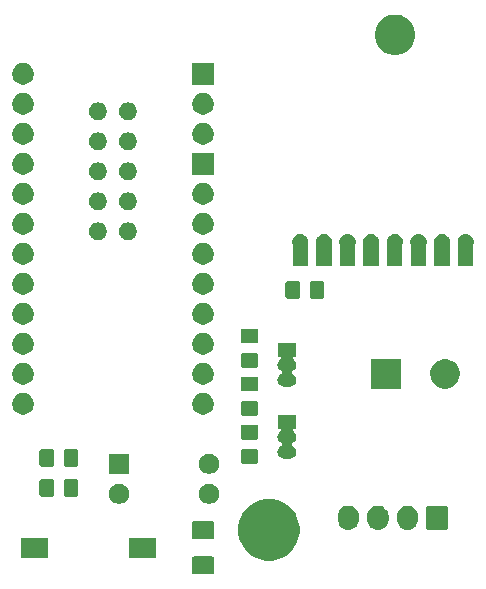
<source format=gts>
G04 #@! TF.GenerationSoftware,KiCad,Pcbnew,5.1.5*
G04 #@! TF.CreationDate,2020-01-24T16:15:15+01:00*
G04 #@! TF.ProjectId,HM-LC-Dim1PWM-Linear,484d2d4c-432d-4446-996d-3150574d2d4c,rev?*
G04 #@! TF.SameCoordinates,Original*
G04 #@! TF.FileFunction,Soldermask,Top*
G04 #@! TF.FilePolarity,Negative*
%FSLAX46Y46*%
G04 Gerber Fmt 4.6, Leading zero omitted, Abs format (unit mm)*
G04 Created by KiCad (PCBNEW 5.1.5) date 2020-01-24 16:15:15*
%MOMM*%
%LPD*%
G04 APERTURE LIST*
%ADD10C,0.100000*%
G04 APERTURE END LIST*
D10*
G36*
X150635562Y-137380181D02*
G01*
X150670481Y-137390774D01*
X150702663Y-137407976D01*
X150730873Y-137431127D01*
X150754024Y-137459337D01*
X150771226Y-137491519D01*
X150781819Y-137526438D01*
X150786000Y-137568895D01*
X150786000Y-138710105D01*
X150781819Y-138752562D01*
X150771226Y-138787481D01*
X150754024Y-138819663D01*
X150730873Y-138847873D01*
X150702663Y-138871024D01*
X150670481Y-138888226D01*
X150635562Y-138898819D01*
X150593105Y-138903000D01*
X149126895Y-138903000D01*
X149084438Y-138898819D01*
X149049519Y-138888226D01*
X149017337Y-138871024D01*
X148989127Y-138847873D01*
X148965976Y-138819663D01*
X148948774Y-138787481D01*
X148938181Y-138752562D01*
X148934000Y-138710105D01*
X148934000Y-137568895D01*
X148938181Y-137526438D01*
X148948774Y-137491519D01*
X148965976Y-137459337D01*
X148989127Y-137431127D01*
X149017337Y-137407976D01*
X149049519Y-137390774D01*
X149084438Y-137380181D01*
X149126895Y-137376000D01*
X150593105Y-137376000D01*
X150635562Y-137380181D01*
G37*
G36*
X156206391Y-132627916D02*
G01*
X156679560Y-132823909D01*
X156679562Y-132823910D01*
X157105403Y-133108448D01*
X157467552Y-133470597D01*
X157694585Y-133810375D01*
X157752091Y-133896440D01*
X157948084Y-134369609D01*
X158048000Y-134871921D01*
X158048000Y-135384079D01*
X157948084Y-135886391D01*
X157752091Y-136359560D01*
X157752090Y-136359562D01*
X157467552Y-136785403D01*
X157105403Y-137147552D01*
X156679562Y-137432090D01*
X156679561Y-137432091D01*
X156679560Y-137432091D01*
X156206391Y-137628084D01*
X155704079Y-137728000D01*
X155191921Y-137728000D01*
X154689609Y-137628084D01*
X154216440Y-137432091D01*
X154216439Y-137432091D01*
X154216438Y-137432090D01*
X153790597Y-137147552D01*
X153428448Y-136785403D01*
X153143910Y-136359562D01*
X153143909Y-136359560D01*
X152947916Y-135886391D01*
X152848000Y-135384079D01*
X152848000Y-134871921D01*
X152947916Y-134369609D01*
X153143909Y-133896440D01*
X153201416Y-133810375D01*
X153428448Y-133470597D01*
X153790597Y-133108448D01*
X154216438Y-132823910D01*
X154216440Y-132823909D01*
X154689609Y-132627916D01*
X155191921Y-132528000D01*
X155704079Y-132528000D01*
X156206391Y-132627916D01*
G37*
G36*
X136741000Y-137503000D02*
G01*
X134459000Y-137503000D01*
X134459000Y-135801000D01*
X136741000Y-135801000D01*
X136741000Y-137503000D01*
G37*
G36*
X145921000Y-137503000D02*
G01*
X143639000Y-137503000D01*
X143639000Y-135801000D01*
X145921000Y-135801000D01*
X145921000Y-137503000D01*
G37*
G36*
X150635562Y-134405181D02*
G01*
X150670481Y-134415774D01*
X150702663Y-134432976D01*
X150730873Y-134456127D01*
X150754024Y-134484337D01*
X150771226Y-134516519D01*
X150781819Y-134551438D01*
X150786000Y-134593895D01*
X150786000Y-135735105D01*
X150781819Y-135777562D01*
X150771226Y-135812481D01*
X150754024Y-135844663D01*
X150730873Y-135872873D01*
X150702663Y-135896024D01*
X150670481Y-135913226D01*
X150635562Y-135923819D01*
X150593105Y-135928000D01*
X149126895Y-135928000D01*
X149084438Y-135923819D01*
X149049519Y-135913226D01*
X149017337Y-135896024D01*
X148989127Y-135872873D01*
X148965976Y-135844663D01*
X148948774Y-135812481D01*
X148938181Y-135777562D01*
X148934000Y-135735105D01*
X148934000Y-134593895D01*
X148938181Y-134551438D01*
X148948774Y-134516519D01*
X148965976Y-134484337D01*
X148989127Y-134456127D01*
X149017337Y-134432976D01*
X149049519Y-134415774D01*
X149084438Y-134405181D01*
X149126895Y-134401000D01*
X150593105Y-134401000D01*
X150635562Y-134405181D01*
G37*
G36*
X167348627Y-133099037D02*
G01*
X167518466Y-133150557D01*
X167674991Y-133234222D01*
X167710729Y-133263552D01*
X167812186Y-133346814D01*
X167895448Y-133448271D01*
X167924778Y-133484009D01*
X168008443Y-133640534D01*
X168059963Y-133810374D01*
X168073000Y-133942743D01*
X168073000Y-134281258D01*
X168059963Y-134413627D01*
X168008443Y-134583466D01*
X167924778Y-134739991D01*
X167895448Y-134775729D01*
X167812186Y-134877186D01*
X167674989Y-134989779D01*
X167518467Y-135073442D01*
X167518465Y-135073443D01*
X167348626Y-135124963D01*
X167172000Y-135142359D01*
X166995373Y-135124963D01*
X166825534Y-135073443D01*
X166669009Y-134989778D01*
X166626750Y-134955097D01*
X166531814Y-134877186D01*
X166419221Y-134739989D01*
X166335558Y-134583467D01*
X166335557Y-134583465D01*
X166284037Y-134413626D01*
X166271000Y-134281257D01*
X166271000Y-133942742D01*
X166284037Y-133810373D01*
X166335557Y-133640534D01*
X166419222Y-133484009D01*
X166531815Y-133346815D01*
X166669010Y-133234222D01*
X166825535Y-133150557D01*
X166995374Y-133099037D01*
X167172000Y-133081641D01*
X167348627Y-133099037D01*
G37*
G36*
X164848627Y-133099037D02*
G01*
X165018466Y-133150557D01*
X165174991Y-133234222D01*
X165210729Y-133263552D01*
X165312186Y-133346814D01*
X165395448Y-133448271D01*
X165424778Y-133484009D01*
X165508443Y-133640534D01*
X165559963Y-133810374D01*
X165573000Y-133942743D01*
X165573000Y-134281258D01*
X165559963Y-134413627D01*
X165508443Y-134583466D01*
X165424778Y-134739991D01*
X165395448Y-134775729D01*
X165312186Y-134877186D01*
X165174989Y-134989779D01*
X165018467Y-135073442D01*
X165018465Y-135073443D01*
X164848626Y-135124963D01*
X164672000Y-135142359D01*
X164495373Y-135124963D01*
X164325534Y-135073443D01*
X164169009Y-134989778D01*
X164126750Y-134955097D01*
X164031814Y-134877186D01*
X163919221Y-134739989D01*
X163835558Y-134583467D01*
X163835557Y-134583465D01*
X163784037Y-134413626D01*
X163771000Y-134281257D01*
X163771000Y-133942742D01*
X163784037Y-133810373D01*
X163835557Y-133640534D01*
X163919222Y-133484009D01*
X164031815Y-133346815D01*
X164169010Y-133234222D01*
X164325535Y-133150557D01*
X164495374Y-133099037D01*
X164672000Y-133081641D01*
X164848627Y-133099037D01*
G37*
G36*
X162348627Y-133099037D02*
G01*
X162518466Y-133150557D01*
X162674991Y-133234222D01*
X162710729Y-133263552D01*
X162812186Y-133346814D01*
X162895448Y-133448271D01*
X162924778Y-133484009D01*
X163008443Y-133640534D01*
X163059963Y-133810374D01*
X163073000Y-133942743D01*
X163073000Y-134281258D01*
X163059963Y-134413627D01*
X163008443Y-134583466D01*
X162924778Y-134739991D01*
X162895448Y-134775729D01*
X162812186Y-134877186D01*
X162674989Y-134989779D01*
X162518467Y-135073442D01*
X162518465Y-135073443D01*
X162348626Y-135124963D01*
X162172000Y-135142359D01*
X161995373Y-135124963D01*
X161825534Y-135073443D01*
X161669009Y-134989778D01*
X161626750Y-134955097D01*
X161531814Y-134877186D01*
X161419221Y-134739989D01*
X161335558Y-134583467D01*
X161335557Y-134583465D01*
X161284037Y-134413626D01*
X161271000Y-134281257D01*
X161271000Y-133942742D01*
X161284037Y-133810373D01*
X161335557Y-133640534D01*
X161419222Y-133484009D01*
X161531815Y-133346815D01*
X161669010Y-133234222D01*
X161825535Y-133150557D01*
X161995374Y-133099037D01*
X162172000Y-133081641D01*
X162348627Y-133099037D01*
G37*
G36*
X170430600Y-133089989D02*
G01*
X170463652Y-133100015D01*
X170494103Y-133116292D01*
X170520799Y-133138201D01*
X170542708Y-133164897D01*
X170558985Y-133195348D01*
X170569011Y-133228400D01*
X170573000Y-133268903D01*
X170573000Y-134955097D01*
X170569011Y-134995600D01*
X170558985Y-135028652D01*
X170542708Y-135059103D01*
X170520799Y-135085799D01*
X170494103Y-135107708D01*
X170463652Y-135123985D01*
X170430600Y-135134011D01*
X170390097Y-135138000D01*
X168953903Y-135138000D01*
X168913400Y-135134011D01*
X168880348Y-135123985D01*
X168849897Y-135107708D01*
X168823201Y-135085799D01*
X168801292Y-135059103D01*
X168785015Y-135028652D01*
X168774989Y-134995600D01*
X168771000Y-134955097D01*
X168771000Y-133268903D01*
X168774989Y-133228400D01*
X168785015Y-133195348D01*
X168801292Y-133164897D01*
X168823201Y-133138201D01*
X168849897Y-133116292D01*
X168880348Y-133100015D01*
X168913400Y-133089989D01*
X168953903Y-133086000D01*
X170390097Y-133086000D01*
X170430600Y-133089989D01*
G37*
G36*
X142996228Y-131261703D02*
G01*
X143151100Y-131325853D01*
X143290481Y-131418985D01*
X143409015Y-131537519D01*
X143502147Y-131676900D01*
X143566297Y-131831772D01*
X143599000Y-131996184D01*
X143599000Y-132163816D01*
X143566297Y-132328228D01*
X143502147Y-132483100D01*
X143409015Y-132622481D01*
X143290481Y-132741015D01*
X143151100Y-132834147D01*
X142996228Y-132898297D01*
X142831816Y-132931000D01*
X142664184Y-132931000D01*
X142499772Y-132898297D01*
X142344900Y-132834147D01*
X142205519Y-132741015D01*
X142086985Y-132622481D01*
X141993853Y-132483100D01*
X141929703Y-132328228D01*
X141897000Y-132163816D01*
X141897000Y-131996184D01*
X141929703Y-131831772D01*
X141993853Y-131676900D01*
X142086985Y-131537519D01*
X142205519Y-131418985D01*
X142344900Y-131325853D01*
X142499772Y-131261703D01*
X142664184Y-131229000D01*
X142831816Y-131229000D01*
X142996228Y-131261703D01*
G37*
G36*
X150616228Y-131261703D02*
G01*
X150771100Y-131325853D01*
X150910481Y-131418985D01*
X151029015Y-131537519D01*
X151122147Y-131676900D01*
X151186297Y-131831772D01*
X151219000Y-131996184D01*
X151219000Y-132163816D01*
X151186297Y-132328228D01*
X151122147Y-132483100D01*
X151029015Y-132622481D01*
X150910481Y-132741015D01*
X150771100Y-132834147D01*
X150616228Y-132898297D01*
X150451816Y-132931000D01*
X150284184Y-132931000D01*
X150119772Y-132898297D01*
X149964900Y-132834147D01*
X149825519Y-132741015D01*
X149706985Y-132622481D01*
X149613853Y-132483100D01*
X149549703Y-132328228D01*
X149517000Y-132163816D01*
X149517000Y-131996184D01*
X149549703Y-131831772D01*
X149613853Y-131676900D01*
X149706985Y-131537519D01*
X149825519Y-131418985D01*
X149964900Y-131325853D01*
X150119772Y-131261703D01*
X150284184Y-131229000D01*
X150451816Y-131229000D01*
X150616228Y-131261703D01*
G37*
G36*
X137106674Y-130825465D02*
G01*
X137144367Y-130836899D01*
X137179103Y-130855466D01*
X137209548Y-130880452D01*
X137234534Y-130910897D01*
X137253101Y-130945633D01*
X137264535Y-130983326D01*
X137269000Y-131028661D01*
X137269000Y-132115339D01*
X137264535Y-132160674D01*
X137253101Y-132198367D01*
X137234534Y-132233103D01*
X137209548Y-132263548D01*
X137179103Y-132288534D01*
X137144367Y-132307101D01*
X137106674Y-132318535D01*
X137061339Y-132323000D01*
X136224661Y-132323000D01*
X136179326Y-132318535D01*
X136141633Y-132307101D01*
X136106897Y-132288534D01*
X136076452Y-132263548D01*
X136051466Y-132233103D01*
X136032899Y-132198367D01*
X136021465Y-132160674D01*
X136017000Y-132115339D01*
X136017000Y-131028661D01*
X136021465Y-130983326D01*
X136032899Y-130945633D01*
X136051466Y-130910897D01*
X136076452Y-130880452D01*
X136106897Y-130855466D01*
X136141633Y-130836899D01*
X136179326Y-130825465D01*
X136224661Y-130821000D01*
X137061339Y-130821000D01*
X137106674Y-130825465D01*
G37*
G36*
X139156674Y-130825465D02*
G01*
X139194367Y-130836899D01*
X139229103Y-130855466D01*
X139259548Y-130880452D01*
X139284534Y-130910897D01*
X139303101Y-130945633D01*
X139314535Y-130983326D01*
X139319000Y-131028661D01*
X139319000Y-132115339D01*
X139314535Y-132160674D01*
X139303101Y-132198367D01*
X139284534Y-132233103D01*
X139259548Y-132263548D01*
X139229103Y-132288534D01*
X139194367Y-132307101D01*
X139156674Y-132318535D01*
X139111339Y-132323000D01*
X138274661Y-132323000D01*
X138229326Y-132318535D01*
X138191633Y-132307101D01*
X138156897Y-132288534D01*
X138126452Y-132263548D01*
X138101466Y-132233103D01*
X138082899Y-132198367D01*
X138071465Y-132160674D01*
X138067000Y-132115339D01*
X138067000Y-131028661D01*
X138071465Y-130983326D01*
X138082899Y-130945633D01*
X138101466Y-130910897D01*
X138126452Y-130880452D01*
X138156897Y-130855466D01*
X138191633Y-130836899D01*
X138229326Y-130825465D01*
X138274661Y-130821000D01*
X139111339Y-130821000D01*
X139156674Y-130825465D01*
G37*
G36*
X143599000Y-130391000D02*
G01*
X141897000Y-130391000D01*
X141897000Y-128689000D01*
X143599000Y-128689000D01*
X143599000Y-130391000D01*
G37*
G36*
X150616228Y-128721703D02*
G01*
X150771100Y-128785853D01*
X150910481Y-128878985D01*
X151029015Y-128997519D01*
X151122147Y-129136900D01*
X151186297Y-129291772D01*
X151219000Y-129456184D01*
X151219000Y-129623816D01*
X151186297Y-129788228D01*
X151122147Y-129943100D01*
X151029015Y-130082481D01*
X150910481Y-130201015D01*
X150771100Y-130294147D01*
X150616228Y-130358297D01*
X150451816Y-130391000D01*
X150284184Y-130391000D01*
X150119772Y-130358297D01*
X149964900Y-130294147D01*
X149825519Y-130201015D01*
X149706985Y-130082481D01*
X149613853Y-129943100D01*
X149549703Y-129788228D01*
X149517000Y-129623816D01*
X149517000Y-129456184D01*
X149549703Y-129291772D01*
X149613853Y-129136900D01*
X149706985Y-128997519D01*
X149825519Y-128878985D01*
X149964900Y-128785853D01*
X150119772Y-128721703D01*
X150284184Y-128689000D01*
X150451816Y-128689000D01*
X150616228Y-128721703D01*
G37*
G36*
X137106674Y-128285465D02*
G01*
X137144367Y-128296899D01*
X137179103Y-128315466D01*
X137209548Y-128340452D01*
X137234534Y-128370897D01*
X137253101Y-128405633D01*
X137264535Y-128443326D01*
X137269000Y-128488661D01*
X137269000Y-129575339D01*
X137264535Y-129620674D01*
X137253101Y-129658367D01*
X137234534Y-129693103D01*
X137209548Y-129723548D01*
X137179103Y-129748534D01*
X137144367Y-129767101D01*
X137106674Y-129778535D01*
X137061339Y-129783000D01*
X136224661Y-129783000D01*
X136179326Y-129778535D01*
X136141633Y-129767101D01*
X136106897Y-129748534D01*
X136076452Y-129723548D01*
X136051466Y-129693103D01*
X136032899Y-129658367D01*
X136021465Y-129620674D01*
X136017000Y-129575339D01*
X136017000Y-128488661D01*
X136021465Y-128443326D01*
X136032899Y-128405633D01*
X136051466Y-128370897D01*
X136076452Y-128340452D01*
X136106897Y-128315466D01*
X136141633Y-128296899D01*
X136179326Y-128285465D01*
X136224661Y-128281000D01*
X137061339Y-128281000D01*
X137106674Y-128285465D01*
G37*
G36*
X139156674Y-128285465D02*
G01*
X139194367Y-128296899D01*
X139229103Y-128315466D01*
X139259548Y-128340452D01*
X139284534Y-128370897D01*
X139303101Y-128405633D01*
X139314535Y-128443326D01*
X139319000Y-128488661D01*
X139319000Y-129575339D01*
X139314535Y-129620674D01*
X139303101Y-129658367D01*
X139284534Y-129693103D01*
X139259548Y-129723548D01*
X139229103Y-129748534D01*
X139194367Y-129767101D01*
X139156674Y-129778535D01*
X139111339Y-129783000D01*
X138274661Y-129783000D01*
X138229326Y-129778535D01*
X138191633Y-129767101D01*
X138156897Y-129748534D01*
X138126452Y-129723548D01*
X138101466Y-129693103D01*
X138082899Y-129658367D01*
X138071465Y-129620674D01*
X138067000Y-129575339D01*
X138067000Y-128488661D01*
X138071465Y-128443326D01*
X138082899Y-128405633D01*
X138101466Y-128370897D01*
X138126452Y-128340452D01*
X138156897Y-128315466D01*
X138191633Y-128296899D01*
X138229326Y-128285465D01*
X138274661Y-128281000D01*
X139111339Y-128281000D01*
X139156674Y-128285465D01*
G37*
G36*
X154385674Y-128292465D02*
G01*
X154423367Y-128303899D01*
X154458103Y-128322466D01*
X154488548Y-128347452D01*
X154513534Y-128377897D01*
X154532101Y-128412633D01*
X154543535Y-128450326D01*
X154548000Y-128495661D01*
X154548000Y-129332339D01*
X154543535Y-129377674D01*
X154532101Y-129415367D01*
X154513534Y-129450103D01*
X154488548Y-129480548D01*
X154458103Y-129505534D01*
X154423367Y-129524101D01*
X154385674Y-129535535D01*
X154340339Y-129540000D01*
X153253661Y-129540000D01*
X153208326Y-129535535D01*
X153170633Y-129524101D01*
X153135897Y-129505534D01*
X153105452Y-129480548D01*
X153080466Y-129450103D01*
X153061899Y-129415367D01*
X153050465Y-129377674D01*
X153046000Y-129332339D01*
X153046000Y-128495661D01*
X153050465Y-128450326D01*
X153061899Y-128412633D01*
X153080466Y-128377897D01*
X153105452Y-128347452D01*
X153135897Y-128322466D01*
X153170633Y-128303899D01*
X153208326Y-128292465D01*
X153253661Y-128288000D01*
X154340339Y-128288000D01*
X154385674Y-128292465D01*
G37*
G36*
X157773000Y-126560000D02*
G01*
X157608660Y-126560000D01*
X157584274Y-126562402D01*
X157560825Y-126569515D01*
X157539214Y-126581066D01*
X157520272Y-126596611D01*
X157504727Y-126615553D01*
X157493176Y-126637164D01*
X157486063Y-126660613D01*
X157483661Y-126684999D01*
X157486063Y-126709385D01*
X157493176Y-126732834D01*
X157504727Y-126754445D01*
X157520272Y-126773387D01*
X157529345Y-126781609D01*
X157606264Y-126844736D01*
X157678244Y-126932443D01*
X157712429Y-126996399D01*
X157731728Y-127032505D01*
X157731729Y-127032508D01*
X157764666Y-127141084D01*
X157775787Y-127254000D01*
X157764666Y-127366916D01*
X157741242Y-127444131D01*
X157731728Y-127475495D01*
X157712429Y-127511601D01*
X157678244Y-127575557D01*
X157606264Y-127663264D01*
X157518557Y-127735244D01*
X157437141Y-127778761D01*
X157416766Y-127792375D01*
X157399439Y-127809702D01*
X157385826Y-127830076D01*
X157376448Y-127852715D01*
X157371668Y-127876748D01*
X157371668Y-127901252D01*
X157376448Y-127925285D01*
X157385826Y-127947924D01*
X157399440Y-127968299D01*
X157416767Y-127985626D01*
X157437141Y-127999239D01*
X157518557Y-128042756D01*
X157606264Y-128114736D01*
X157678244Y-128202443D01*
X157712429Y-128266399D01*
X157731728Y-128302505D01*
X157731729Y-128302508D01*
X157764666Y-128411084D01*
X157775787Y-128524000D01*
X157764666Y-128636916D01*
X157731729Y-128745492D01*
X157731728Y-128745495D01*
X157712429Y-128781601D01*
X157678244Y-128845557D01*
X157606264Y-128933264D01*
X157518557Y-129005244D01*
X157454601Y-129039429D01*
X157418495Y-129058728D01*
X157418492Y-129058729D01*
X157309916Y-129091666D01*
X157225298Y-129100000D01*
X156718702Y-129100000D01*
X156634084Y-129091666D01*
X156525508Y-129058729D01*
X156525505Y-129058728D01*
X156489399Y-129039429D01*
X156425443Y-129005244D01*
X156337736Y-128933264D01*
X156265756Y-128845557D01*
X156231571Y-128781601D01*
X156212272Y-128745495D01*
X156212271Y-128745492D01*
X156179334Y-128636916D01*
X156168213Y-128524000D01*
X156179334Y-128411084D01*
X156212271Y-128302508D01*
X156212272Y-128302505D01*
X156231571Y-128266399D01*
X156265756Y-128202443D01*
X156337736Y-128114736D01*
X156425443Y-128042756D01*
X156506859Y-127999239D01*
X156527234Y-127985625D01*
X156544561Y-127968298D01*
X156558174Y-127947924D01*
X156567552Y-127925285D01*
X156572332Y-127901252D01*
X156572332Y-127876748D01*
X156567552Y-127852715D01*
X156558174Y-127830076D01*
X156544560Y-127809701D01*
X156527233Y-127792374D01*
X156506859Y-127778761D01*
X156425443Y-127735244D01*
X156337736Y-127663264D01*
X156265756Y-127575557D01*
X156231571Y-127511601D01*
X156212272Y-127475495D01*
X156202758Y-127444131D01*
X156179334Y-127366916D01*
X156168213Y-127254000D01*
X156179334Y-127141084D01*
X156212271Y-127032508D01*
X156212272Y-127032505D01*
X156231571Y-126996399D01*
X156265756Y-126932443D01*
X156337736Y-126844736D01*
X156414646Y-126781617D01*
X156431965Y-126764298D01*
X156445579Y-126743923D01*
X156454957Y-126721284D01*
X156459737Y-126697251D01*
X156459737Y-126672747D01*
X156454957Y-126648714D01*
X156445579Y-126626075D01*
X156431966Y-126605701D01*
X156414639Y-126588374D01*
X156394264Y-126574760D01*
X156371625Y-126565382D01*
X156347592Y-126560602D01*
X156335340Y-126560000D01*
X156171000Y-126560000D01*
X156171000Y-125408000D01*
X157773000Y-125408000D01*
X157773000Y-126560000D01*
G37*
G36*
X154385674Y-126242465D02*
G01*
X154423367Y-126253899D01*
X154458103Y-126272466D01*
X154488548Y-126297452D01*
X154513534Y-126327897D01*
X154532101Y-126362633D01*
X154543535Y-126400326D01*
X154548000Y-126445661D01*
X154548000Y-127282339D01*
X154543535Y-127327674D01*
X154532101Y-127365367D01*
X154513534Y-127400103D01*
X154488548Y-127430548D01*
X154458103Y-127455534D01*
X154423367Y-127474101D01*
X154385674Y-127485535D01*
X154340339Y-127490000D01*
X153253661Y-127490000D01*
X153208326Y-127485535D01*
X153170633Y-127474101D01*
X153135897Y-127455534D01*
X153105452Y-127430548D01*
X153080466Y-127400103D01*
X153061899Y-127365367D01*
X153050465Y-127327674D01*
X153046000Y-127282339D01*
X153046000Y-126445661D01*
X153050465Y-126400326D01*
X153061899Y-126362633D01*
X153080466Y-126327897D01*
X153105452Y-126297452D01*
X153135897Y-126272466D01*
X153170633Y-126253899D01*
X153208326Y-126242465D01*
X153253661Y-126238000D01*
X154340339Y-126238000D01*
X154385674Y-126242465D01*
G37*
G36*
X154385674Y-124219465D02*
G01*
X154423367Y-124230899D01*
X154458103Y-124249466D01*
X154488548Y-124274452D01*
X154513534Y-124304897D01*
X154532101Y-124339633D01*
X154543535Y-124377326D01*
X154548000Y-124422661D01*
X154548000Y-125259339D01*
X154543535Y-125304674D01*
X154532101Y-125342367D01*
X154513534Y-125377103D01*
X154488548Y-125407548D01*
X154458103Y-125432534D01*
X154423367Y-125451101D01*
X154385674Y-125462535D01*
X154340339Y-125467000D01*
X153253661Y-125467000D01*
X153208326Y-125462535D01*
X153170633Y-125451101D01*
X153135897Y-125432534D01*
X153105452Y-125407548D01*
X153080466Y-125377103D01*
X153061899Y-125342367D01*
X153050465Y-125304674D01*
X153046000Y-125259339D01*
X153046000Y-124422661D01*
X153050465Y-124377326D01*
X153061899Y-124339633D01*
X153080466Y-124304897D01*
X153105452Y-124274452D01*
X153135897Y-124249466D01*
X153170633Y-124230899D01*
X153208326Y-124219465D01*
X153253661Y-124215000D01*
X154340339Y-124215000D01*
X154385674Y-124219465D01*
G37*
G36*
X134886778Y-123580547D02*
G01*
X135053224Y-123649491D01*
X135203022Y-123749583D01*
X135330417Y-123876978D01*
X135430509Y-124026776D01*
X135499453Y-124193222D01*
X135534600Y-124369918D01*
X135534600Y-124550082D01*
X135499453Y-124726778D01*
X135430509Y-124893224D01*
X135330417Y-125043022D01*
X135203022Y-125170417D01*
X135053224Y-125270509D01*
X134886778Y-125339453D01*
X134710082Y-125374600D01*
X134529918Y-125374600D01*
X134353222Y-125339453D01*
X134186776Y-125270509D01*
X134036978Y-125170417D01*
X133909583Y-125043022D01*
X133809491Y-124893224D01*
X133740547Y-124726778D01*
X133705400Y-124550082D01*
X133705400Y-124369918D01*
X133740547Y-124193222D01*
X133809491Y-124026776D01*
X133909583Y-123876978D01*
X134036978Y-123749583D01*
X134186776Y-123649491D01*
X134353222Y-123580547D01*
X134529918Y-123545400D01*
X134710082Y-123545400D01*
X134886778Y-123580547D01*
G37*
G36*
X150126778Y-123580547D02*
G01*
X150293224Y-123649491D01*
X150443022Y-123749583D01*
X150570417Y-123876978D01*
X150670509Y-124026776D01*
X150739453Y-124193222D01*
X150774600Y-124369918D01*
X150774600Y-124550082D01*
X150739453Y-124726778D01*
X150670509Y-124893224D01*
X150570417Y-125043022D01*
X150443022Y-125170417D01*
X150293224Y-125270509D01*
X150126778Y-125339453D01*
X149950082Y-125374600D01*
X149769918Y-125374600D01*
X149593222Y-125339453D01*
X149426776Y-125270509D01*
X149276978Y-125170417D01*
X149149583Y-125043022D01*
X149049491Y-124893224D01*
X148980547Y-124726778D01*
X148945400Y-124550082D01*
X148945400Y-124369918D01*
X148980547Y-124193222D01*
X149049491Y-124026776D01*
X149149583Y-123876978D01*
X149276978Y-123749583D01*
X149426776Y-123649491D01*
X149593222Y-123580547D01*
X149769918Y-123545400D01*
X149950082Y-123545400D01*
X150126778Y-123580547D01*
G37*
G36*
X154385674Y-122169465D02*
G01*
X154423367Y-122180899D01*
X154458103Y-122199466D01*
X154488548Y-122224452D01*
X154513534Y-122254897D01*
X154532101Y-122289633D01*
X154543535Y-122327326D01*
X154548000Y-122372661D01*
X154548000Y-123209339D01*
X154543535Y-123254674D01*
X154532101Y-123292367D01*
X154513534Y-123327103D01*
X154488548Y-123357548D01*
X154458103Y-123382534D01*
X154423367Y-123401101D01*
X154385674Y-123412535D01*
X154340339Y-123417000D01*
X153253661Y-123417000D01*
X153208326Y-123412535D01*
X153170633Y-123401101D01*
X153135897Y-123382534D01*
X153105452Y-123357548D01*
X153080466Y-123327103D01*
X153061899Y-123292367D01*
X153050465Y-123254674D01*
X153046000Y-123209339D01*
X153046000Y-122372661D01*
X153050465Y-122327326D01*
X153061899Y-122289633D01*
X153080466Y-122254897D01*
X153105452Y-122224452D01*
X153135897Y-122199466D01*
X153170633Y-122180899D01*
X153208326Y-122169465D01*
X153253661Y-122165000D01*
X154340339Y-122165000D01*
X154385674Y-122169465D01*
G37*
G36*
X170560793Y-120685625D02*
G01*
X170718903Y-120717075D01*
X170946571Y-120811378D01*
X171151466Y-120948285D01*
X171325715Y-121122534D01*
X171459851Y-121323282D01*
X171462623Y-121327431D01*
X171556925Y-121555097D01*
X171605000Y-121796786D01*
X171605000Y-122043214D01*
X171572519Y-122206505D01*
X171556925Y-122284903D01*
X171462622Y-122512571D01*
X171325715Y-122717466D01*
X171151466Y-122891715D01*
X170946571Y-123028622D01*
X170946570Y-123028623D01*
X170946569Y-123028623D01*
X170718903Y-123122925D01*
X170477214Y-123171000D01*
X170230786Y-123171000D01*
X169989097Y-123122925D01*
X169761431Y-123028623D01*
X169761430Y-123028623D01*
X169761429Y-123028622D01*
X169556534Y-122891715D01*
X169382285Y-122717466D01*
X169245378Y-122512571D01*
X169151075Y-122284903D01*
X169135481Y-122206505D01*
X169103000Y-122043214D01*
X169103000Y-121796786D01*
X169151075Y-121555097D01*
X169245377Y-121327431D01*
X169248149Y-121323282D01*
X169382285Y-121122534D01*
X169556534Y-120948285D01*
X169761429Y-120811378D01*
X169989097Y-120717075D01*
X170147207Y-120685625D01*
X170230786Y-120669000D01*
X170477214Y-120669000D01*
X170560793Y-120685625D01*
G37*
G36*
X166605000Y-123171000D02*
G01*
X164103000Y-123171000D01*
X164103000Y-120669000D01*
X166605000Y-120669000D01*
X166605000Y-123171000D01*
G37*
G36*
X157773000Y-120464000D02*
G01*
X157608660Y-120464000D01*
X157584274Y-120466402D01*
X157560825Y-120473515D01*
X157539214Y-120485066D01*
X157520272Y-120500611D01*
X157504727Y-120519553D01*
X157493176Y-120541164D01*
X157486063Y-120564613D01*
X157483661Y-120588999D01*
X157486063Y-120613385D01*
X157493176Y-120636834D01*
X157504727Y-120658445D01*
X157520272Y-120677387D01*
X157529345Y-120685609D01*
X157606264Y-120748736D01*
X157678244Y-120836443D01*
X157712429Y-120900399D01*
X157731728Y-120936505D01*
X157731729Y-120936508D01*
X157764666Y-121045084D01*
X157775787Y-121158000D01*
X157764666Y-121270916D01*
X157738512Y-121357131D01*
X157731728Y-121379495D01*
X157719164Y-121403000D01*
X157678244Y-121479557D01*
X157606264Y-121567264D01*
X157518557Y-121639244D01*
X157437141Y-121682761D01*
X157416766Y-121696375D01*
X157399439Y-121713702D01*
X157385826Y-121734076D01*
X157376448Y-121756715D01*
X157371668Y-121780748D01*
X157371668Y-121805252D01*
X157376448Y-121829285D01*
X157385826Y-121851924D01*
X157399440Y-121872299D01*
X157416767Y-121889626D01*
X157437141Y-121903239D01*
X157518557Y-121946756D01*
X157606264Y-122018736D01*
X157678244Y-122106443D01*
X157709543Y-122165000D01*
X157731728Y-122206505D01*
X157731729Y-122206508D01*
X157764666Y-122315084D01*
X157775787Y-122428000D01*
X157764666Y-122540916D01*
X157737515Y-122630417D01*
X157731728Y-122649495D01*
X157712429Y-122685601D01*
X157678244Y-122749557D01*
X157606264Y-122837264D01*
X157518557Y-122909244D01*
X157454601Y-122943429D01*
X157418495Y-122962728D01*
X157418492Y-122962729D01*
X157309916Y-122995666D01*
X157225298Y-123004000D01*
X156718702Y-123004000D01*
X156634084Y-122995666D01*
X156525508Y-122962729D01*
X156525505Y-122962728D01*
X156489399Y-122943429D01*
X156425443Y-122909244D01*
X156337736Y-122837264D01*
X156265756Y-122749557D01*
X156231571Y-122685601D01*
X156212272Y-122649495D01*
X156206485Y-122630417D01*
X156179334Y-122540916D01*
X156168213Y-122428000D01*
X156179334Y-122315084D01*
X156212271Y-122206508D01*
X156212272Y-122206505D01*
X156234457Y-122165000D01*
X156265756Y-122106443D01*
X156337736Y-122018736D01*
X156425443Y-121946756D01*
X156506859Y-121903239D01*
X156527234Y-121889625D01*
X156544561Y-121872298D01*
X156558174Y-121851924D01*
X156567552Y-121829285D01*
X156572332Y-121805252D01*
X156572332Y-121780748D01*
X156567552Y-121756715D01*
X156558174Y-121734076D01*
X156544560Y-121713701D01*
X156527233Y-121696374D01*
X156506859Y-121682761D01*
X156425443Y-121639244D01*
X156337736Y-121567264D01*
X156265756Y-121479557D01*
X156224836Y-121403000D01*
X156212272Y-121379495D01*
X156205488Y-121357131D01*
X156179334Y-121270916D01*
X156168213Y-121158000D01*
X156179334Y-121045084D01*
X156212271Y-120936508D01*
X156212272Y-120936505D01*
X156231571Y-120900399D01*
X156265756Y-120836443D01*
X156337736Y-120748736D01*
X156414646Y-120685617D01*
X156431965Y-120668298D01*
X156445579Y-120647923D01*
X156454957Y-120625284D01*
X156459737Y-120601251D01*
X156459737Y-120576747D01*
X156454957Y-120552714D01*
X156445579Y-120530075D01*
X156431966Y-120509701D01*
X156414639Y-120492374D01*
X156394264Y-120478760D01*
X156371625Y-120469382D01*
X156347592Y-120464602D01*
X156335340Y-120464000D01*
X156171000Y-120464000D01*
X156171000Y-119312000D01*
X157773000Y-119312000D01*
X157773000Y-120464000D01*
G37*
G36*
X150126778Y-121040547D02*
G01*
X150293224Y-121109491D01*
X150443022Y-121209583D01*
X150570417Y-121336978D01*
X150670509Y-121486776D01*
X150739453Y-121653222D01*
X150774600Y-121829918D01*
X150774600Y-122010082D01*
X150739453Y-122186778D01*
X150670509Y-122353224D01*
X150570417Y-122503022D01*
X150443022Y-122630417D01*
X150293224Y-122730509D01*
X150126778Y-122799453D01*
X149950082Y-122834600D01*
X149769918Y-122834600D01*
X149593222Y-122799453D01*
X149426776Y-122730509D01*
X149276978Y-122630417D01*
X149149583Y-122503022D01*
X149049491Y-122353224D01*
X148980547Y-122186778D01*
X148945400Y-122010082D01*
X148945400Y-121829918D01*
X148980547Y-121653222D01*
X149049491Y-121486776D01*
X149149583Y-121336978D01*
X149276978Y-121209583D01*
X149426776Y-121109491D01*
X149593222Y-121040547D01*
X149769918Y-121005400D01*
X149950082Y-121005400D01*
X150126778Y-121040547D01*
G37*
G36*
X134886778Y-121040547D02*
G01*
X135053224Y-121109491D01*
X135203022Y-121209583D01*
X135330417Y-121336978D01*
X135430509Y-121486776D01*
X135499453Y-121653222D01*
X135534600Y-121829918D01*
X135534600Y-122010082D01*
X135499453Y-122186778D01*
X135430509Y-122353224D01*
X135330417Y-122503022D01*
X135203022Y-122630417D01*
X135053224Y-122730509D01*
X134886778Y-122799453D01*
X134710082Y-122834600D01*
X134529918Y-122834600D01*
X134353222Y-122799453D01*
X134186776Y-122730509D01*
X134036978Y-122630417D01*
X133909583Y-122503022D01*
X133809491Y-122353224D01*
X133740547Y-122186778D01*
X133705400Y-122010082D01*
X133705400Y-121829918D01*
X133740547Y-121653222D01*
X133809491Y-121486776D01*
X133909583Y-121336978D01*
X134036978Y-121209583D01*
X134186776Y-121109491D01*
X134353222Y-121040547D01*
X134529918Y-121005400D01*
X134710082Y-121005400D01*
X134886778Y-121040547D01*
G37*
G36*
X154385674Y-120155465D02*
G01*
X154423367Y-120166899D01*
X154458103Y-120185466D01*
X154488548Y-120210452D01*
X154513534Y-120240897D01*
X154532101Y-120275633D01*
X154543535Y-120313326D01*
X154548000Y-120358661D01*
X154548000Y-121195339D01*
X154543535Y-121240674D01*
X154532101Y-121278367D01*
X154513534Y-121313103D01*
X154488548Y-121343548D01*
X154458103Y-121368534D01*
X154423367Y-121387101D01*
X154385674Y-121398535D01*
X154340339Y-121403000D01*
X153253661Y-121403000D01*
X153208326Y-121398535D01*
X153170633Y-121387101D01*
X153135897Y-121368534D01*
X153105452Y-121343548D01*
X153080466Y-121313103D01*
X153061899Y-121278367D01*
X153050465Y-121240674D01*
X153046000Y-121195339D01*
X153046000Y-120358661D01*
X153050465Y-120313326D01*
X153061899Y-120275633D01*
X153080466Y-120240897D01*
X153105452Y-120210452D01*
X153135897Y-120185466D01*
X153170633Y-120166899D01*
X153208326Y-120155465D01*
X153253661Y-120151000D01*
X154340339Y-120151000D01*
X154385674Y-120155465D01*
G37*
G36*
X150126778Y-118500547D02*
G01*
X150293224Y-118569491D01*
X150443022Y-118669583D01*
X150570417Y-118796978D01*
X150670509Y-118946776D01*
X150739453Y-119113222D01*
X150774600Y-119289918D01*
X150774600Y-119470082D01*
X150739453Y-119646778D01*
X150670509Y-119813224D01*
X150570417Y-119963022D01*
X150443022Y-120090417D01*
X150293224Y-120190509D01*
X150126778Y-120259453D01*
X149950082Y-120294600D01*
X149769918Y-120294600D01*
X149593222Y-120259453D01*
X149426776Y-120190509D01*
X149276978Y-120090417D01*
X149149583Y-119963022D01*
X149049491Y-119813224D01*
X148980547Y-119646778D01*
X148945400Y-119470082D01*
X148945400Y-119289918D01*
X148980547Y-119113222D01*
X149049491Y-118946776D01*
X149149583Y-118796978D01*
X149276978Y-118669583D01*
X149426776Y-118569491D01*
X149593222Y-118500547D01*
X149769918Y-118465400D01*
X149950082Y-118465400D01*
X150126778Y-118500547D01*
G37*
G36*
X134886778Y-118500547D02*
G01*
X135053224Y-118569491D01*
X135203022Y-118669583D01*
X135330417Y-118796978D01*
X135430509Y-118946776D01*
X135499453Y-119113222D01*
X135534600Y-119289918D01*
X135534600Y-119470082D01*
X135499453Y-119646778D01*
X135430509Y-119813224D01*
X135330417Y-119963022D01*
X135203022Y-120090417D01*
X135053224Y-120190509D01*
X134886778Y-120259453D01*
X134710082Y-120294600D01*
X134529918Y-120294600D01*
X134353222Y-120259453D01*
X134186776Y-120190509D01*
X134036978Y-120090417D01*
X133909583Y-119963022D01*
X133809491Y-119813224D01*
X133740547Y-119646778D01*
X133705400Y-119470082D01*
X133705400Y-119289918D01*
X133740547Y-119113222D01*
X133809491Y-118946776D01*
X133909583Y-118796978D01*
X134036978Y-118669583D01*
X134186776Y-118569491D01*
X134353222Y-118500547D01*
X134529918Y-118465400D01*
X134710082Y-118465400D01*
X134886778Y-118500547D01*
G37*
G36*
X154385674Y-118105465D02*
G01*
X154423367Y-118116899D01*
X154458103Y-118135466D01*
X154488548Y-118160452D01*
X154513534Y-118190897D01*
X154532101Y-118225633D01*
X154543535Y-118263326D01*
X154548000Y-118308661D01*
X154548000Y-119145339D01*
X154543535Y-119190674D01*
X154532101Y-119228367D01*
X154513534Y-119263103D01*
X154488548Y-119293548D01*
X154458103Y-119318534D01*
X154423367Y-119337101D01*
X154385674Y-119348535D01*
X154340339Y-119353000D01*
X153253661Y-119353000D01*
X153208326Y-119348535D01*
X153170633Y-119337101D01*
X153135897Y-119318534D01*
X153105452Y-119293548D01*
X153080466Y-119263103D01*
X153061899Y-119228367D01*
X153050465Y-119190674D01*
X153046000Y-119145339D01*
X153046000Y-118308661D01*
X153050465Y-118263326D01*
X153061899Y-118225633D01*
X153080466Y-118190897D01*
X153105452Y-118160452D01*
X153135897Y-118135466D01*
X153170633Y-118116899D01*
X153208326Y-118105465D01*
X153253661Y-118101000D01*
X154340339Y-118101000D01*
X154385674Y-118105465D01*
G37*
G36*
X134886778Y-115960547D02*
G01*
X135053224Y-116029491D01*
X135203022Y-116129583D01*
X135330417Y-116256978D01*
X135430509Y-116406776D01*
X135499453Y-116573222D01*
X135534600Y-116749918D01*
X135534600Y-116930082D01*
X135499453Y-117106778D01*
X135430509Y-117273224D01*
X135330417Y-117423022D01*
X135203022Y-117550417D01*
X135053224Y-117650509D01*
X134886778Y-117719453D01*
X134710082Y-117754600D01*
X134529918Y-117754600D01*
X134353222Y-117719453D01*
X134186776Y-117650509D01*
X134036978Y-117550417D01*
X133909583Y-117423022D01*
X133809491Y-117273224D01*
X133740547Y-117106778D01*
X133705400Y-116930082D01*
X133705400Y-116749918D01*
X133740547Y-116573222D01*
X133809491Y-116406776D01*
X133909583Y-116256978D01*
X134036978Y-116129583D01*
X134186776Y-116029491D01*
X134353222Y-115960547D01*
X134529918Y-115925400D01*
X134710082Y-115925400D01*
X134886778Y-115960547D01*
G37*
G36*
X150126778Y-115960547D02*
G01*
X150293224Y-116029491D01*
X150443022Y-116129583D01*
X150570417Y-116256978D01*
X150670509Y-116406776D01*
X150739453Y-116573222D01*
X150774600Y-116749918D01*
X150774600Y-116930082D01*
X150739453Y-117106778D01*
X150670509Y-117273224D01*
X150570417Y-117423022D01*
X150443022Y-117550417D01*
X150293224Y-117650509D01*
X150126778Y-117719453D01*
X149950082Y-117754600D01*
X149769918Y-117754600D01*
X149593222Y-117719453D01*
X149426776Y-117650509D01*
X149276978Y-117550417D01*
X149149583Y-117423022D01*
X149049491Y-117273224D01*
X148980547Y-117106778D01*
X148945400Y-116930082D01*
X148945400Y-116749918D01*
X148980547Y-116573222D01*
X149049491Y-116406776D01*
X149149583Y-116256978D01*
X149276978Y-116129583D01*
X149426776Y-116029491D01*
X149593222Y-115960547D01*
X149769918Y-115925400D01*
X149950082Y-115925400D01*
X150126778Y-115960547D01*
G37*
G36*
X157934674Y-114061465D02*
G01*
X157972367Y-114072899D01*
X158007103Y-114091466D01*
X158037548Y-114116452D01*
X158062534Y-114146897D01*
X158081101Y-114181633D01*
X158092535Y-114219326D01*
X158097000Y-114264661D01*
X158097000Y-115351339D01*
X158092535Y-115396674D01*
X158081101Y-115434367D01*
X158062534Y-115469103D01*
X158037548Y-115499548D01*
X158007103Y-115524534D01*
X157972367Y-115543101D01*
X157934674Y-115554535D01*
X157889339Y-115559000D01*
X157052661Y-115559000D01*
X157007326Y-115554535D01*
X156969633Y-115543101D01*
X156934897Y-115524534D01*
X156904452Y-115499548D01*
X156879466Y-115469103D01*
X156860899Y-115434367D01*
X156849465Y-115396674D01*
X156845000Y-115351339D01*
X156845000Y-114264661D01*
X156849465Y-114219326D01*
X156860899Y-114181633D01*
X156879466Y-114146897D01*
X156904452Y-114116452D01*
X156934897Y-114091466D01*
X156969633Y-114072899D01*
X157007326Y-114061465D01*
X157052661Y-114057000D01*
X157889339Y-114057000D01*
X157934674Y-114061465D01*
G37*
G36*
X159984674Y-114061465D02*
G01*
X160022367Y-114072899D01*
X160057103Y-114091466D01*
X160087548Y-114116452D01*
X160112534Y-114146897D01*
X160131101Y-114181633D01*
X160142535Y-114219326D01*
X160147000Y-114264661D01*
X160147000Y-115351339D01*
X160142535Y-115396674D01*
X160131101Y-115434367D01*
X160112534Y-115469103D01*
X160087548Y-115499548D01*
X160057103Y-115524534D01*
X160022367Y-115543101D01*
X159984674Y-115554535D01*
X159939339Y-115559000D01*
X159102661Y-115559000D01*
X159057326Y-115554535D01*
X159019633Y-115543101D01*
X158984897Y-115524534D01*
X158954452Y-115499548D01*
X158929466Y-115469103D01*
X158910899Y-115434367D01*
X158899465Y-115396674D01*
X158895000Y-115351339D01*
X158895000Y-114264661D01*
X158899465Y-114219326D01*
X158910899Y-114181633D01*
X158929466Y-114146897D01*
X158954452Y-114116452D01*
X158984897Y-114091466D01*
X159019633Y-114072899D01*
X159057326Y-114061465D01*
X159102661Y-114057000D01*
X159939339Y-114057000D01*
X159984674Y-114061465D01*
G37*
G36*
X150126778Y-113420547D02*
G01*
X150293224Y-113489491D01*
X150443022Y-113589583D01*
X150570417Y-113716978D01*
X150670509Y-113866776D01*
X150739453Y-114033222D01*
X150774600Y-114209918D01*
X150774600Y-114390082D01*
X150739453Y-114566778D01*
X150670509Y-114733224D01*
X150570417Y-114883022D01*
X150443022Y-115010417D01*
X150293224Y-115110509D01*
X150126778Y-115179453D01*
X149950082Y-115214600D01*
X149769918Y-115214600D01*
X149593222Y-115179453D01*
X149426776Y-115110509D01*
X149276978Y-115010417D01*
X149149583Y-114883022D01*
X149049491Y-114733224D01*
X148980547Y-114566778D01*
X148945400Y-114390082D01*
X148945400Y-114209918D01*
X148980547Y-114033222D01*
X149049491Y-113866776D01*
X149149583Y-113716978D01*
X149276978Y-113589583D01*
X149426776Y-113489491D01*
X149593222Y-113420547D01*
X149769918Y-113385400D01*
X149950082Y-113385400D01*
X150126778Y-113420547D01*
G37*
G36*
X134886778Y-113420547D02*
G01*
X135053224Y-113489491D01*
X135203022Y-113589583D01*
X135330417Y-113716978D01*
X135430509Y-113866776D01*
X135499453Y-114033222D01*
X135534600Y-114209918D01*
X135534600Y-114390082D01*
X135499453Y-114566778D01*
X135430509Y-114733224D01*
X135330417Y-114883022D01*
X135203022Y-115010417D01*
X135053224Y-115110509D01*
X134886778Y-115179453D01*
X134710082Y-115214600D01*
X134529918Y-115214600D01*
X134353222Y-115179453D01*
X134186776Y-115110509D01*
X134036978Y-115010417D01*
X133909583Y-114883022D01*
X133809491Y-114733224D01*
X133740547Y-114566778D01*
X133705400Y-114390082D01*
X133705400Y-114209918D01*
X133740547Y-114033222D01*
X133809491Y-113866776D01*
X133909583Y-113716978D01*
X134036978Y-113589583D01*
X134186776Y-113489491D01*
X134353222Y-113420547D01*
X134529918Y-113385400D01*
X134710082Y-113385400D01*
X134886778Y-113420547D01*
G37*
G36*
X172300098Y-110084362D02*
G01*
X172421382Y-110134600D01*
X172424943Y-110136075D01*
X172537299Y-110211149D01*
X172632851Y-110306701D01*
X172650915Y-110333735D01*
X172707926Y-110419059D01*
X172759638Y-110543902D01*
X172786000Y-110676434D01*
X172786000Y-110811566D01*
X172759191Y-110946346D01*
X172753402Y-110965429D01*
X172751000Y-110989816D01*
X172751000Y-112795000D01*
X171449000Y-112795000D01*
X171449000Y-110989816D01*
X171446598Y-110965430D01*
X171440809Y-110946346D01*
X171414000Y-110811566D01*
X171414000Y-110676434D01*
X171440362Y-110543902D01*
X171492074Y-110419059D01*
X171549086Y-110333735D01*
X171567149Y-110306701D01*
X171662701Y-110211149D01*
X171775057Y-110136075D01*
X171778618Y-110134600D01*
X171899902Y-110084362D01*
X172032434Y-110058000D01*
X172167566Y-110058000D01*
X172300098Y-110084362D01*
G37*
G36*
X158300098Y-110084362D02*
G01*
X158421382Y-110134600D01*
X158424943Y-110136075D01*
X158537299Y-110211149D01*
X158632851Y-110306701D01*
X158650915Y-110333735D01*
X158707926Y-110419059D01*
X158759638Y-110543902D01*
X158786000Y-110676434D01*
X158786000Y-110811566D01*
X158759191Y-110946346D01*
X158753402Y-110965429D01*
X158751000Y-110989816D01*
X158751000Y-112795000D01*
X157449000Y-112795000D01*
X157449000Y-110989816D01*
X157446598Y-110965430D01*
X157440809Y-110946346D01*
X157414000Y-110811566D01*
X157414000Y-110676434D01*
X157440362Y-110543902D01*
X157492074Y-110419059D01*
X157549086Y-110333735D01*
X157567149Y-110306701D01*
X157662701Y-110211149D01*
X157775057Y-110136075D01*
X157778618Y-110134600D01*
X157899902Y-110084362D01*
X158032434Y-110058000D01*
X158167566Y-110058000D01*
X158300098Y-110084362D01*
G37*
G36*
X160300098Y-110084362D02*
G01*
X160421382Y-110134600D01*
X160424943Y-110136075D01*
X160537299Y-110211149D01*
X160632851Y-110306701D01*
X160650915Y-110333735D01*
X160707926Y-110419059D01*
X160759638Y-110543902D01*
X160786000Y-110676434D01*
X160786000Y-110811566D01*
X160759191Y-110946346D01*
X160753402Y-110965429D01*
X160751000Y-110989816D01*
X160751000Y-112795000D01*
X159449000Y-112795000D01*
X159449000Y-110989816D01*
X159446598Y-110965430D01*
X159440809Y-110946346D01*
X159414000Y-110811566D01*
X159414000Y-110676434D01*
X159440362Y-110543902D01*
X159492074Y-110419059D01*
X159549086Y-110333735D01*
X159567149Y-110306701D01*
X159662701Y-110211149D01*
X159775057Y-110136075D01*
X159778618Y-110134600D01*
X159899902Y-110084362D01*
X160032434Y-110058000D01*
X160167566Y-110058000D01*
X160300098Y-110084362D01*
G37*
G36*
X162300098Y-110084362D02*
G01*
X162421382Y-110134600D01*
X162424943Y-110136075D01*
X162537299Y-110211149D01*
X162632851Y-110306701D01*
X162650915Y-110333735D01*
X162707926Y-110419059D01*
X162759638Y-110543902D01*
X162786000Y-110676434D01*
X162786000Y-110811566D01*
X162759191Y-110946346D01*
X162753402Y-110965429D01*
X162751000Y-110989816D01*
X162751000Y-112795000D01*
X161449000Y-112795000D01*
X161449000Y-110989816D01*
X161446598Y-110965430D01*
X161440809Y-110946346D01*
X161414000Y-110811566D01*
X161414000Y-110676434D01*
X161440362Y-110543902D01*
X161492074Y-110419059D01*
X161549086Y-110333735D01*
X161567149Y-110306701D01*
X161662701Y-110211149D01*
X161775057Y-110136075D01*
X161778618Y-110134600D01*
X161899902Y-110084362D01*
X162032434Y-110058000D01*
X162167566Y-110058000D01*
X162300098Y-110084362D01*
G37*
G36*
X164300098Y-110084362D02*
G01*
X164421382Y-110134600D01*
X164424943Y-110136075D01*
X164537299Y-110211149D01*
X164632851Y-110306701D01*
X164650915Y-110333735D01*
X164707926Y-110419059D01*
X164759638Y-110543902D01*
X164786000Y-110676434D01*
X164786000Y-110811566D01*
X164759191Y-110946346D01*
X164753402Y-110965429D01*
X164751000Y-110989816D01*
X164751000Y-112795000D01*
X163449000Y-112795000D01*
X163449000Y-110989816D01*
X163446598Y-110965430D01*
X163440809Y-110946346D01*
X163414000Y-110811566D01*
X163414000Y-110676434D01*
X163440362Y-110543902D01*
X163492074Y-110419059D01*
X163549086Y-110333735D01*
X163567149Y-110306701D01*
X163662701Y-110211149D01*
X163775057Y-110136075D01*
X163778618Y-110134600D01*
X163899902Y-110084362D01*
X164032434Y-110058000D01*
X164167566Y-110058000D01*
X164300098Y-110084362D01*
G37*
G36*
X166300098Y-110084362D02*
G01*
X166421382Y-110134600D01*
X166424943Y-110136075D01*
X166537299Y-110211149D01*
X166632851Y-110306701D01*
X166650915Y-110333735D01*
X166707926Y-110419059D01*
X166759638Y-110543902D01*
X166786000Y-110676434D01*
X166786000Y-110811566D01*
X166759191Y-110946346D01*
X166753402Y-110965429D01*
X166751000Y-110989816D01*
X166751000Y-112795000D01*
X165449000Y-112795000D01*
X165449000Y-110989816D01*
X165446598Y-110965430D01*
X165440809Y-110946346D01*
X165414000Y-110811566D01*
X165414000Y-110676434D01*
X165440362Y-110543902D01*
X165492074Y-110419059D01*
X165549086Y-110333735D01*
X165567149Y-110306701D01*
X165662701Y-110211149D01*
X165775057Y-110136075D01*
X165778618Y-110134600D01*
X165899902Y-110084362D01*
X166032434Y-110058000D01*
X166167566Y-110058000D01*
X166300098Y-110084362D01*
G37*
G36*
X168300098Y-110084362D02*
G01*
X168421382Y-110134600D01*
X168424943Y-110136075D01*
X168537299Y-110211149D01*
X168632851Y-110306701D01*
X168650915Y-110333735D01*
X168707926Y-110419059D01*
X168759638Y-110543902D01*
X168786000Y-110676434D01*
X168786000Y-110811566D01*
X168759191Y-110946346D01*
X168753402Y-110965429D01*
X168751000Y-110989816D01*
X168751000Y-112795000D01*
X167449000Y-112795000D01*
X167449000Y-110989816D01*
X167446598Y-110965430D01*
X167440809Y-110946346D01*
X167414000Y-110811566D01*
X167414000Y-110676434D01*
X167440362Y-110543902D01*
X167492074Y-110419059D01*
X167549086Y-110333735D01*
X167567149Y-110306701D01*
X167662701Y-110211149D01*
X167775057Y-110136075D01*
X167778618Y-110134600D01*
X167899902Y-110084362D01*
X168032434Y-110058000D01*
X168167566Y-110058000D01*
X168300098Y-110084362D01*
G37*
G36*
X170300098Y-110084362D02*
G01*
X170421382Y-110134600D01*
X170424943Y-110136075D01*
X170537299Y-110211149D01*
X170632851Y-110306701D01*
X170650915Y-110333735D01*
X170707926Y-110419059D01*
X170759638Y-110543902D01*
X170786000Y-110676434D01*
X170786000Y-110811566D01*
X170759191Y-110946346D01*
X170753402Y-110965429D01*
X170751000Y-110989816D01*
X170751000Y-112795000D01*
X169449000Y-112795000D01*
X169449000Y-110989816D01*
X169446598Y-110965430D01*
X169440809Y-110946346D01*
X169414000Y-110811566D01*
X169414000Y-110676434D01*
X169440362Y-110543902D01*
X169492074Y-110419059D01*
X169549086Y-110333735D01*
X169567149Y-110306701D01*
X169662701Y-110211149D01*
X169775057Y-110136075D01*
X169778618Y-110134600D01*
X169899902Y-110084362D01*
X170032434Y-110058000D01*
X170167566Y-110058000D01*
X170300098Y-110084362D01*
G37*
G36*
X134886778Y-110880547D02*
G01*
X135053224Y-110949491D01*
X135203022Y-111049583D01*
X135330417Y-111176978D01*
X135430509Y-111326776D01*
X135499453Y-111493222D01*
X135534600Y-111669918D01*
X135534600Y-111850082D01*
X135499453Y-112026778D01*
X135430509Y-112193224D01*
X135330417Y-112343022D01*
X135203022Y-112470417D01*
X135053224Y-112570509D01*
X134886778Y-112639453D01*
X134710082Y-112674600D01*
X134529918Y-112674600D01*
X134353222Y-112639453D01*
X134186776Y-112570509D01*
X134036978Y-112470417D01*
X133909583Y-112343022D01*
X133809491Y-112193224D01*
X133740547Y-112026778D01*
X133705400Y-111850082D01*
X133705400Y-111669918D01*
X133740547Y-111493222D01*
X133809491Y-111326776D01*
X133909583Y-111176978D01*
X134036978Y-111049583D01*
X134186776Y-110949491D01*
X134353222Y-110880547D01*
X134529918Y-110845400D01*
X134710082Y-110845400D01*
X134886778Y-110880547D01*
G37*
G36*
X150126778Y-110880547D02*
G01*
X150293224Y-110949491D01*
X150443022Y-111049583D01*
X150570417Y-111176978D01*
X150670509Y-111326776D01*
X150739453Y-111493222D01*
X150774600Y-111669918D01*
X150774600Y-111850082D01*
X150739453Y-112026778D01*
X150670509Y-112193224D01*
X150570417Y-112343022D01*
X150443022Y-112470417D01*
X150293224Y-112570509D01*
X150126778Y-112639453D01*
X149950082Y-112674600D01*
X149769918Y-112674600D01*
X149593222Y-112639453D01*
X149426776Y-112570509D01*
X149276978Y-112470417D01*
X149149583Y-112343022D01*
X149049491Y-112193224D01*
X148980547Y-112026778D01*
X148945400Y-111850082D01*
X148945400Y-111669918D01*
X148980547Y-111493222D01*
X149049491Y-111326776D01*
X149149583Y-111176978D01*
X149276978Y-111049583D01*
X149426776Y-110949491D01*
X149593222Y-110880547D01*
X149769918Y-110845400D01*
X149950082Y-110845400D01*
X150126778Y-110880547D01*
G37*
G36*
X143714268Y-109129918D02*
G01*
X143729059Y-109132860D01*
X143865732Y-109189472D01*
X143988735Y-109271660D01*
X144093340Y-109376265D01*
X144093341Y-109376267D01*
X144175529Y-109499270D01*
X144232140Y-109635941D01*
X144261000Y-109781032D01*
X144261000Y-109928968D01*
X144232140Y-110074059D01*
X144206453Y-110136074D01*
X144175528Y-110210732D01*
X144093340Y-110333735D01*
X143988735Y-110438340D01*
X143865732Y-110520528D01*
X143865731Y-110520529D01*
X143865730Y-110520529D01*
X143729059Y-110577140D01*
X143583968Y-110606000D01*
X143436032Y-110606000D01*
X143290941Y-110577140D01*
X143154270Y-110520529D01*
X143154269Y-110520529D01*
X143154268Y-110520528D01*
X143031265Y-110438340D01*
X142926660Y-110333735D01*
X142844472Y-110210732D01*
X142813548Y-110136074D01*
X142787860Y-110074059D01*
X142759000Y-109928968D01*
X142759000Y-109781032D01*
X142787860Y-109635941D01*
X142844471Y-109499270D01*
X142926659Y-109376267D01*
X142926660Y-109376265D01*
X143031265Y-109271660D01*
X143154268Y-109189472D01*
X143290941Y-109132860D01*
X143305732Y-109129918D01*
X143436032Y-109104000D01*
X143583968Y-109104000D01*
X143714268Y-109129918D01*
G37*
G36*
X141174268Y-109129918D02*
G01*
X141189059Y-109132860D01*
X141325732Y-109189472D01*
X141448735Y-109271660D01*
X141553340Y-109376265D01*
X141553341Y-109376267D01*
X141635529Y-109499270D01*
X141692140Y-109635941D01*
X141721000Y-109781032D01*
X141721000Y-109928968D01*
X141692140Y-110074059D01*
X141666453Y-110136074D01*
X141635528Y-110210732D01*
X141553340Y-110333735D01*
X141448735Y-110438340D01*
X141325732Y-110520528D01*
X141325731Y-110520529D01*
X141325730Y-110520529D01*
X141189059Y-110577140D01*
X141043968Y-110606000D01*
X140896032Y-110606000D01*
X140750941Y-110577140D01*
X140614270Y-110520529D01*
X140614269Y-110520529D01*
X140614268Y-110520528D01*
X140491265Y-110438340D01*
X140386660Y-110333735D01*
X140304472Y-110210732D01*
X140273548Y-110136074D01*
X140247860Y-110074059D01*
X140219000Y-109928968D01*
X140219000Y-109781032D01*
X140247860Y-109635941D01*
X140304471Y-109499270D01*
X140386659Y-109376267D01*
X140386660Y-109376265D01*
X140491265Y-109271660D01*
X140614268Y-109189472D01*
X140750941Y-109132860D01*
X140765732Y-109129918D01*
X140896032Y-109104000D01*
X141043968Y-109104000D01*
X141174268Y-109129918D01*
G37*
G36*
X134886778Y-108340547D02*
G01*
X135053224Y-108409491D01*
X135203022Y-108509583D01*
X135330417Y-108636978D01*
X135430509Y-108786776D01*
X135499453Y-108953222D01*
X135534600Y-109129918D01*
X135534600Y-109310082D01*
X135499453Y-109486778D01*
X135430509Y-109653224D01*
X135330417Y-109803022D01*
X135203022Y-109930417D01*
X135053224Y-110030509D01*
X134886778Y-110099453D01*
X134710082Y-110134600D01*
X134529918Y-110134600D01*
X134353222Y-110099453D01*
X134186776Y-110030509D01*
X134036978Y-109930417D01*
X133909583Y-109803022D01*
X133809491Y-109653224D01*
X133740547Y-109486778D01*
X133705400Y-109310082D01*
X133705400Y-109129918D01*
X133740547Y-108953222D01*
X133809491Y-108786776D01*
X133909583Y-108636978D01*
X134036978Y-108509583D01*
X134186776Y-108409491D01*
X134353222Y-108340547D01*
X134529918Y-108305400D01*
X134710082Y-108305400D01*
X134886778Y-108340547D01*
G37*
G36*
X150126778Y-108340547D02*
G01*
X150293224Y-108409491D01*
X150443022Y-108509583D01*
X150570417Y-108636978D01*
X150670509Y-108786776D01*
X150739453Y-108953222D01*
X150774600Y-109129918D01*
X150774600Y-109310082D01*
X150739453Y-109486778D01*
X150670509Y-109653224D01*
X150570417Y-109803022D01*
X150443022Y-109930417D01*
X150293224Y-110030509D01*
X150126778Y-110099453D01*
X149950082Y-110134600D01*
X149769918Y-110134600D01*
X149593222Y-110099453D01*
X149426776Y-110030509D01*
X149276978Y-109930417D01*
X149149583Y-109803022D01*
X149049491Y-109653224D01*
X148980547Y-109486778D01*
X148945400Y-109310082D01*
X148945400Y-109129918D01*
X148980547Y-108953222D01*
X149049491Y-108786776D01*
X149149583Y-108636978D01*
X149276978Y-108509583D01*
X149426776Y-108409491D01*
X149593222Y-108340547D01*
X149769918Y-108305400D01*
X149950082Y-108305400D01*
X150126778Y-108340547D01*
G37*
G36*
X141174268Y-106589918D02*
G01*
X141189059Y-106592860D01*
X141325732Y-106649472D01*
X141448735Y-106731660D01*
X141553340Y-106836265D01*
X141553341Y-106836267D01*
X141635529Y-106959270D01*
X141692140Y-107095941D01*
X141721000Y-107241032D01*
X141721000Y-107388968D01*
X141692140Y-107534059D01*
X141635528Y-107670732D01*
X141553340Y-107793735D01*
X141448735Y-107898340D01*
X141325732Y-107980528D01*
X141325731Y-107980529D01*
X141325730Y-107980529D01*
X141189059Y-108037140D01*
X141043968Y-108066000D01*
X140896032Y-108066000D01*
X140750941Y-108037140D01*
X140614270Y-107980529D01*
X140614269Y-107980529D01*
X140614268Y-107980528D01*
X140491265Y-107898340D01*
X140386660Y-107793735D01*
X140304472Y-107670732D01*
X140247860Y-107534059D01*
X140219000Y-107388968D01*
X140219000Y-107241032D01*
X140247860Y-107095941D01*
X140304471Y-106959270D01*
X140386659Y-106836267D01*
X140386660Y-106836265D01*
X140491265Y-106731660D01*
X140614268Y-106649472D01*
X140750941Y-106592860D01*
X140765732Y-106589918D01*
X140896032Y-106564000D01*
X141043968Y-106564000D01*
X141174268Y-106589918D01*
G37*
G36*
X143714268Y-106589918D02*
G01*
X143729059Y-106592860D01*
X143865732Y-106649472D01*
X143988735Y-106731660D01*
X144093340Y-106836265D01*
X144093341Y-106836267D01*
X144175529Y-106959270D01*
X144232140Y-107095941D01*
X144261000Y-107241032D01*
X144261000Y-107388968D01*
X144232140Y-107534059D01*
X144175528Y-107670732D01*
X144093340Y-107793735D01*
X143988735Y-107898340D01*
X143865732Y-107980528D01*
X143865731Y-107980529D01*
X143865730Y-107980529D01*
X143729059Y-108037140D01*
X143583968Y-108066000D01*
X143436032Y-108066000D01*
X143290941Y-108037140D01*
X143154270Y-107980529D01*
X143154269Y-107980529D01*
X143154268Y-107980528D01*
X143031265Y-107898340D01*
X142926660Y-107793735D01*
X142844472Y-107670732D01*
X142787860Y-107534059D01*
X142759000Y-107388968D01*
X142759000Y-107241032D01*
X142787860Y-107095941D01*
X142844471Y-106959270D01*
X142926659Y-106836267D01*
X142926660Y-106836265D01*
X143031265Y-106731660D01*
X143154268Y-106649472D01*
X143290941Y-106592860D01*
X143305732Y-106589918D01*
X143436032Y-106564000D01*
X143583968Y-106564000D01*
X143714268Y-106589918D01*
G37*
G36*
X150126778Y-105800547D02*
G01*
X150293224Y-105869491D01*
X150443022Y-105969583D01*
X150570417Y-106096978D01*
X150670509Y-106246776D01*
X150739453Y-106413222D01*
X150774600Y-106589918D01*
X150774600Y-106770082D01*
X150739453Y-106946778D01*
X150670509Y-107113224D01*
X150570417Y-107263022D01*
X150443022Y-107390417D01*
X150293224Y-107490509D01*
X150126778Y-107559453D01*
X149950082Y-107594600D01*
X149769918Y-107594600D01*
X149593222Y-107559453D01*
X149426776Y-107490509D01*
X149276978Y-107390417D01*
X149149583Y-107263022D01*
X149049491Y-107113224D01*
X148980547Y-106946778D01*
X148945400Y-106770082D01*
X148945400Y-106589918D01*
X148980547Y-106413222D01*
X149049491Y-106246776D01*
X149149583Y-106096978D01*
X149276978Y-105969583D01*
X149426776Y-105869491D01*
X149593222Y-105800547D01*
X149769918Y-105765400D01*
X149950082Y-105765400D01*
X150126778Y-105800547D01*
G37*
G36*
X134886778Y-105800547D02*
G01*
X135053224Y-105869491D01*
X135203022Y-105969583D01*
X135330417Y-106096978D01*
X135430509Y-106246776D01*
X135499453Y-106413222D01*
X135534600Y-106589918D01*
X135534600Y-106770082D01*
X135499453Y-106946778D01*
X135430509Y-107113224D01*
X135330417Y-107263022D01*
X135203022Y-107390417D01*
X135053224Y-107490509D01*
X134886778Y-107559453D01*
X134710082Y-107594600D01*
X134529918Y-107594600D01*
X134353222Y-107559453D01*
X134186776Y-107490509D01*
X134036978Y-107390417D01*
X133909583Y-107263022D01*
X133809491Y-107113224D01*
X133740547Y-106946778D01*
X133705400Y-106770082D01*
X133705400Y-106589918D01*
X133740547Y-106413222D01*
X133809491Y-106246776D01*
X133909583Y-106096978D01*
X134036978Y-105969583D01*
X134186776Y-105869491D01*
X134353222Y-105800547D01*
X134529918Y-105765400D01*
X134710082Y-105765400D01*
X134886778Y-105800547D01*
G37*
G36*
X141174268Y-104049918D02*
G01*
X141189059Y-104052860D01*
X141325732Y-104109472D01*
X141448735Y-104191660D01*
X141553340Y-104296265D01*
X141553341Y-104296267D01*
X141635529Y-104419270D01*
X141692140Y-104555941D01*
X141721000Y-104701032D01*
X141721000Y-104848968D01*
X141692140Y-104994059D01*
X141635528Y-105130732D01*
X141553340Y-105253735D01*
X141448735Y-105358340D01*
X141325732Y-105440528D01*
X141325731Y-105440529D01*
X141325730Y-105440529D01*
X141189059Y-105497140D01*
X141043968Y-105526000D01*
X140896032Y-105526000D01*
X140750941Y-105497140D01*
X140614270Y-105440529D01*
X140614269Y-105440529D01*
X140614268Y-105440528D01*
X140491265Y-105358340D01*
X140386660Y-105253735D01*
X140304472Y-105130732D01*
X140247860Y-104994059D01*
X140219000Y-104848968D01*
X140219000Y-104701032D01*
X140247860Y-104555941D01*
X140304471Y-104419270D01*
X140386659Y-104296267D01*
X140386660Y-104296265D01*
X140491265Y-104191660D01*
X140614268Y-104109472D01*
X140750941Y-104052860D01*
X140765732Y-104049918D01*
X140896032Y-104024000D01*
X141043968Y-104024000D01*
X141174268Y-104049918D01*
G37*
G36*
X143714268Y-104049918D02*
G01*
X143729059Y-104052860D01*
X143865732Y-104109472D01*
X143988735Y-104191660D01*
X144093340Y-104296265D01*
X144093341Y-104296267D01*
X144175529Y-104419270D01*
X144232140Y-104555941D01*
X144261000Y-104701032D01*
X144261000Y-104848968D01*
X144232140Y-104994059D01*
X144175528Y-105130732D01*
X144093340Y-105253735D01*
X143988735Y-105358340D01*
X143865732Y-105440528D01*
X143865731Y-105440529D01*
X143865730Y-105440529D01*
X143729059Y-105497140D01*
X143583968Y-105526000D01*
X143436032Y-105526000D01*
X143290941Y-105497140D01*
X143154270Y-105440529D01*
X143154269Y-105440529D01*
X143154268Y-105440528D01*
X143031265Y-105358340D01*
X142926660Y-105253735D01*
X142844472Y-105130732D01*
X142787860Y-104994059D01*
X142759000Y-104848968D01*
X142759000Y-104701032D01*
X142787860Y-104555941D01*
X142844471Y-104419270D01*
X142926659Y-104296267D01*
X142926660Y-104296265D01*
X143031265Y-104191660D01*
X143154268Y-104109472D01*
X143290941Y-104052860D01*
X143305732Y-104049918D01*
X143436032Y-104024000D01*
X143583968Y-104024000D01*
X143714268Y-104049918D01*
G37*
G36*
X134886778Y-103260547D02*
G01*
X135053224Y-103329491D01*
X135203022Y-103429583D01*
X135330417Y-103556978D01*
X135430509Y-103706776D01*
X135499453Y-103873222D01*
X135534600Y-104049918D01*
X135534600Y-104230082D01*
X135499453Y-104406778D01*
X135430509Y-104573224D01*
X135330417Y-104723022D01*
X135203022Y-104850417D01*
X135053224Y-104950509D01*
X134886778Y-105019453D01*
X134710082Y-105054600D01*
X134529918Y-105054600D01*
X134353222Y-105019453D01*
X134186776Y-104950509D01*
X134036978Y-104850417D01*
X133909583Y-104723022D01*
X133809491Y-104573224D01*
X133740547Y-104406778D01*
X133705400Y-104230082D01*
X133705400Y-104049918D01*
X133740547Y-103873222D01*
X133809491Y-103706776D01*
X133909583Y-103556978D01*
X134036978Y-103429583D01*
X134186776Y-103329491D01*
X134353222Y-103260547D01*
X134529918Y-103225400D01*
X134710082Y-103225400D01*
X134886778Y-103260547D01*
G37*
G36*
X150774600Y-105054600D02*
G01*
X148945400Y-105054600D01*
X148945400Y-103225400D01*
X150774600Y-103225400D01*
X150774600Y-105054600D01*
G37*
G36*
X143714268Y-101509918D02*
G01*
X143729059Y-101512860D01*
X143865732Y-101569472D01*
X143988735Y-101651660D01*
X144093340Y-101756265D01*
X144093341Y-101756267D01*
X144175529Y-101879270D01*
X144232140Y-102015941D01*
X144261000Y-102161032D01*
X144261000Y-102308968D01*
X144232140Y-102454059D01*
X144175528Y-102590732D01*
X144093340Y-102713735D01*
X143988735Y-102818340D01*
X143865732Y-102900528D01*
X143865731Y-102900529D01*
X143865730Y-102900529D01*
X143729059Y-102957140D01*
X143583968Y-102986000D01*
X143436032Y-102986000D01*
X143290941Y-102957140D01*
X143154270Y-102900529D01*
X143154269Y-102900529D01*
X143154268Y-102900528D01*
X143031265Y-102818340D01*
X142926660Y-102713735D01*
X142844472Y-102590732D01*
X142787860Y-102454059D01*
X142759000Y-102308968D01*
X142759000Y-102161032D01*
X142787860Y-102015941D01*
X142844471Y-101879270D01*
X142926659Y-101756267D01*
X142926660Y-101756265D01*
X143031265Y-101651660D01*
X143154268Y-101569472D01*
X143290941Y-101512860D01*
X143305732Y-101509918D01*
X143436032Y-101484000D01*
X143583968Y-101484000D01*
X143714268Y-101509918D01*
G37*
G36*
X141174268Y-101509918D02*
G01*
X141189059Y-101512860D01*
X141325732Y-101569472D01*
X141448735Y-101651660D01*
X141553340Y-101756265D01*
X141553341Y-101756267D01*
X141635529Y-101879270D01*
X141692140Y-102015941D01*
X141721000Y-102161032D01*
X141721000Y-102308968D01*
X141692140Y-102454059D01*
X141635528Y-102590732D01*
X141553340Y-102713735D01*
X141448735Y-102818340D01*
X141325732Y-102900528D01*
X141325731Y-102900529D01*
X141325730Y-102900529D01*
X141189059Y-102957140D01*
X141043968Y-102986000D01*
X140896032Y-102986000D01*
X140750941Y-102957140D01*
X140614270Y-102900529D01*
X140614269Y-102900529D01*
X140614268Y-102900528D01*
X140491265Y-102818340D01*
X140386660Y-102713735D01*
X140304472Y-102590732D01*
X140247860Y-102454059D01*
X140219000Y-102308968D01*
X140219000Y-102161032D01*
X140247860Y-102015941D01*
X140304471Y-101879270D01*
X140386659Y-101756267D01*
X140386660Y-101756265D01*
X140491265Y-101651660D01*
X140614268Y-101569472D01*
X140750941Y-101512860D01*
X140765732Y-101509918D01*
X140896032Y-101484000D01*
X141043968Y-101484000D01*
X141174268Y-101509918D01*
G37*
G36*
X150126778Y-100720547D02*
G01*
X150293224Y-100789491D01*
X150443022Y-100889583D01*
X150570417Y-101016978D01*
X150670509Y-101166776D01*
X150739453Y-101333222D01*
X150774600Y-101509918D01*
X150774600Y-101690082D01*
X150739453Y-101866778D01*
X150670509Y-102033224D01*
X150570417Y-102183022D01*
X150443022Y-102310417D01*
X150293224Y-102410509D01*
X150126778Y-102479453D01*
X149950082Y-102514600D01*
X149769918Y-102514600D01*
X149593222Y-102479453D01*
X149426776Y-102410509D01*
X149276978Y-102310417D01*
X149149583Y-102183022D01*
X149049491Y-102033224D01*
X148980547Y-101866778D01*
X148945400Y-101690082D01*
X148945400Y-101509918D01*
X148980547Y-101333222D01*
X149049491Y-101166776D01*
X149149583Y-101016978D01*
X149276978Y-100889583D01*
X149426776Y-100789491D01*
X149593222Y-100720547D01*
X149769918Y-100685400D01*
X149950082Y-100685400D01*
X150126778Y-100720547D01*
G37*
G36*
X134886778Y-100720547D02*
G01*
X135053224Y-100789491D01*
X135203022Y-100889583D01*
X135330417Y-101016978D01*
X135430509Y-101166776D01*
X135499453Y-101333222D01*
X135534600Y-101509918D01*
X135534600Y-101690082D01*
X135499453Y-101866778D01*
X135430509Y-102033224D01*
X135330417Y-102183022D01*
X135203022Y-102310417D01*
X135053224Y-102410509D01*
X134886778Y-102479453D01*
X134710082Y-102514600D01*
X134529918Y-102514600D01*
X134353222Y-102479453D01*
X134186776Y-102410509D01*
X134036978Y-102310417D01*
X133909583Y-102183022D01*
X133809491Y-102033224D01*
X133740547Y-101866778D01*
X133705400Y-101690082D01*
X133705400Y-101509918D01*
X133740547Y-101333222D01*
X133809491Y-101166776D01*
X133909583Y-101016978D01*
X134036978Y-100889583D01*
X134186776Y-100789491D01*
X134353222Y-100720547D01*
X134529918Y-100685400D01*
X134710082Y-100685400D01*
X134886778Y-100720547D01*
G37*
G36*
X143714268Y-98969918D02*
G01*
X143729059Y-98972860D01*
X143865732Y-99029472D01*
X143988735Y-99111660D01*
X144093340Y-99216265D01*
X144093341Y-99216267D01*
X144175529Y-99339270D01*
X144232140Y-99475941D01*
X144261000Y-99621032D01*
X144261000Y-99768968D01*
X144232140Y-99914059D01*
X144175528Y-100050732D01*
X144093340Y-100173735D01*
X143988735Y-100278340D01*
X143865732Y-100360528D01*
X143865731Y-100360529D01*
X143865730Y-100360529D01*
X143729059Y-100417140D01*
X143583968Y-100446000D01*
X143436032Y-100446000D01*
X143290941Y-100417140D01*
X143154270Y-100360529D01*
X143154269Y-100360529D01*
X143154268Y-100360528D01*
X143031265Y-100278340D01*
X142926660Y-100173735D01*
X142844472Y-100050732D01*
X142787860Y-99914059D01*
X142759000Y-99768968D01*
X142759000Y-99621032D01*
X142787860Y-99475941D01*
X142844471Y-99339270D01*
X142926659Y-99216267D01*
X142926660Y-99216265D01*
X143031265Y-99111660D01*
X143154268Y-99029472D01*
X143290941Y-98972860D01*
X143305732Y-98969918D01*
X143436032Y-98944000D01*
X143583968Y-98944000D01*
X143714268Y-98969918D01*
G37*
G36*
X141174268Y-98969918D02*
G01*
X141189059Y-98972860D01*
X141325732Y-99029472D01*
X141448735Y-99111660D01*
X141553340Y-99216265D01*
X141553341Y-99216267D01*
X141635529Y-99339270D01*
X141692140Y-99475941D01*
X141721000Y-99621032D01*
X141721000Y-99768968D01*
X141692140Y-99914059D01*
X141635528Y-100050732D01*
X141553340Y-100173735D01*
X141448735Y-100278340D01*
X141325732Y-100360528D01*
X141325731Y-100360529D01*
X141325730Y-100360529D01*
X141189059Y-100417140D01*
X141043968Y-100446000D01*
X140896032Y-100446000D01*
X140750941Y-100417140D01*
X140614270Y-100360529D01*
X140614269Y-100360529D01*
X140614268Y-100360528D01*
X140491265Y-100278340D01*
X140386660Y-100173735D01*
X140304472Y-100050732D01*
X140247860Y-99914059D01*
X140219000Y-99768968D01*
X140219000Y-99621032D01*
X140247860Y-99475941D01*
X140304471Y-99339270D01*
X140386659Y-99216267D01*
X140386660Y-99216265D01*
X140491265Y-99111660D01*
X140614268Y-99029472D01*
X140750941Y-98972860D01*
X140765732Y-98969918D01*
X140896032Y-98944000D01*
X141043968Y-98944000D01*
X141174268Y-98969918D01*
G37*
G36*
X134886778Y-98180547D02*
G01*
X135053224Y-98249491D01*
X135203022Y-98349583D01*
X135330417Y-98476978D01*
X135430509Y-98626776D01*
X135499453Y-98793222D01*
X135534600Y-98969918D01*
X135534600Y-99150082D01*
X135499453Y-99326778D01*
X135430509Y-99493224D01*
X135330417Y-99643022D01*
X135203022Y-99770417D01*
X135053224Y-99870509D01*
X134886778Y-99939453D01*
X134710082Y-99974600D01*
X134529918Y-99974600D01*
X134353222Y-99939453D01*
X134186776Y-99870509D01*
X134036978Y-99770417D01*
X133909583Y-99643022D01*
X133809491Y-99493224D01*
X133740547Y-99326778D01*
X133705400Y-99150082D01*
X133705400Y-98969918D01*
X133740547Y-98793222D01*
X133809491Y-98626776D01*
X133909583Y-98476978D01*
X134036978Y-98349583D01*
X134186776Y-98249491D01*
X134353222Y-98180547D01*
X134529918Y-98145400D01*
X134710082Y-98145400D01*
X134886778Y-98180547D01*
G37*
G36*
X150126778Y-98180547D02*
G01*
X150293224Y-98249491D01*
X150443022Y-98349583D01*
X150570417Y-98476978D01*
X150670509Y-98626776D01*
X150739453Y-98793222D01*
X150774600Y-98969918D01*
X150774600Y-99150082D01*
X150739453Y-99326778D01*
X150670509Y-99493224D01*
X150570417Y-99643022D01*
X150443022Y-99770417D01*
X150293224Y-99870509D01*
X150126778Y-99939453D01*
X149950082Y-99974600D01*
X149769918Y-99974600D01*
X149593222Y-99939453D01*
X149426776Y-99870509D01*
X149276978Y-99770417D01*
X149149583Y-99643022D01*
X149049491Y-99493224D01*
X148980547Y-99326778D01*
X148945400Y-99150082D01*
X148945400Y-98969918D01*
X148980547Y-98793222D01*
X149049491Y-98626776D01*
X149149583Y-98476978D01*
X149276978Y-98349583D01*
X149426776Y-98249491D01*
X149593222Y-98180547D01*
X149769918Y-98145400D01*
X149950082Y-98145400D01*
X150126778Y-98180547D01*
G37*
G36*
X134886778Y-95640547D02*
G01*
X135053224Y-95709491D01*
X135203022Y-95809583D01*
X135330417Y-95936978D01*
X135430509Y-96086776D01*
X135499453Y-96253222D01*
X135534600Y-96429918D01*
X135534600Y-96610082D01*
X135499453Y-96786778D01*
X135430509Y-96953224D01*
X135330417Y-97103022D01*
X135203022Y-97230417D01*
X135053224Y-97330509D01*
X134886778Y-97399453D01*
X134710082Y-97434600D01*
X134529918Y-97434600D01*
X134353222Y-97399453D01*
X134186776Y-97330509D01*
X134036978Y-97230417D01*
X133909583Y-97103022D01*
X133809491Y-96953224D01*
X133740547Y-96786778D01*
X133705400Y-96610082D01*
X133705400Y-96429918D01*
X133740547Y-96253222D01*
X133809491Y-96086776D01*
X133909583Y-95936978D01*
X134036978Y-95809583D01*
X134186776Y-95709491D01*
X134353222Y-95640547D01*
X134529918Y-95605400D01*
X134710082Y-95605400D01*
X134886778Y-95640547D01*
G37*
G36*
X150774600Y-97434600D02*
G01*
X148945400Y-97434600D01*
X148945400Y-95605400D01*
X150774600Y-95605400D01*
X150774600Y-97434600D01*
G37*
G36*
X166612162Y-91582368D02*
G01*
X166921724Y-91710593D01*
X166921725Y-91710594D01*
X167200324Y-91896747D01*
X167437253Y-92133676D01*
X167561637Y-92319830D01*
X167623407Y-92412276D01*
X167751632Y-92721838D01*
X167817000Y-93050465D01*
X167817000Y-93385535D01*
X167751632Y-93714162D01*
X167623407Y-94023724D01*
X167623406Y-94023725D01*
X167437253Y-94302324D01*
X167200324Y-94539253D01*
X167014170Y-94663637D01*
X166921724Y-94725407D01*
X166612162Y-94853632D01*
X166283535Y-94919000D01*
X165948465Y-94919000D01*
X165619838Y-94853632D01*
X165310276Y-94725407D01*
X165217830Y-94663637D01*
X165031676Y-94539253D01*
X164794747Y-94302324D01*
X164608594Y-94023725D01*
X164608593Y-94023724D01*
X164480368Y-93714162D01*
X164415000Y-93385535D01*
X164415000Y-93050465D01*
X164480368Y-92721838D01*
X164608593Y-92412276D01*
X164670363Y-92319830D01*
X164794747Y-92133676D01*
X165031676Y-91896747D01*
X165310275Y-91710594D01*
X165310276Y-91710593D01*
X165619838Y-91582368D01*
X165948465Y-91517000D01*
X166283535Y-91517000D01*
X166612162Y-91582368D01*
G37*
M02*

</source>
